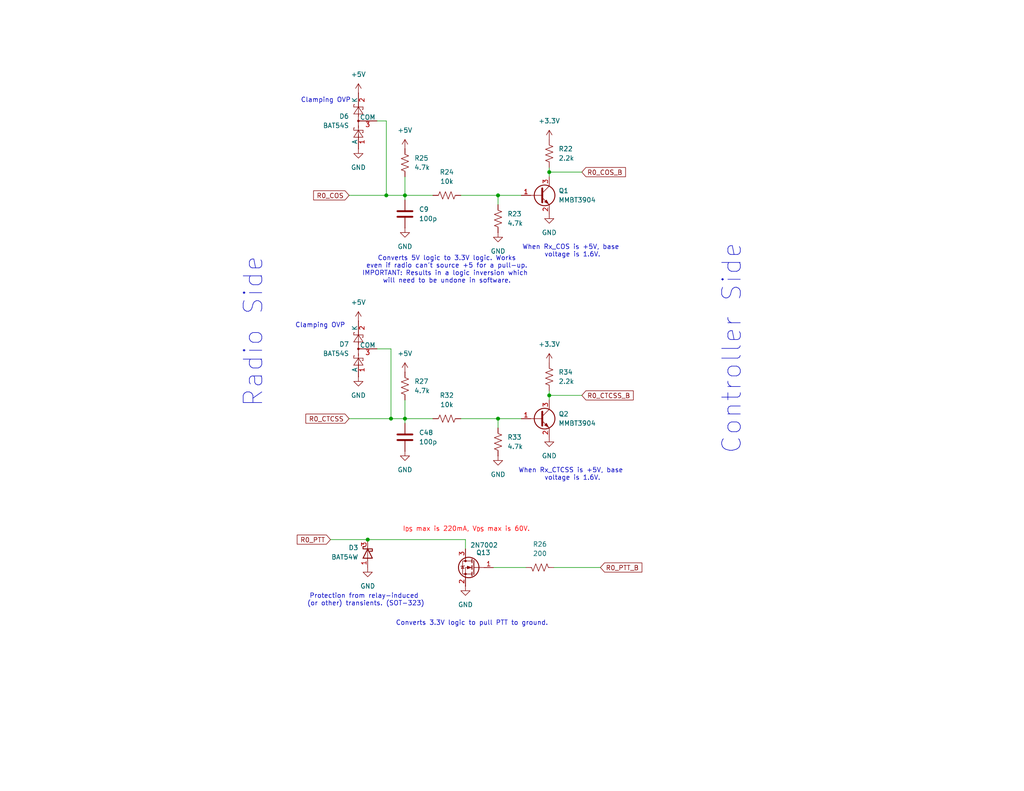
<source format=kicad_sch>
(kicad_sch (version 20250114) (generator "eeschema") (generator_version "9.0")
  (paper "USLetter")
  (lib_symbols
    (symbol "Device:C" (pin_numbers (hide yes)) (pin_names (offset 0.254))
      (property "Reference" "C" (at 0.635 2.54 0))
      (property "Value" "C" (at 0.635 -2.54 0))
      (symbol "C_0_1"
        (polyline (pts (xy -2.032 0.762) (xy 2.032 0.762)) (stroke (width 0.508)))
        (polyline (pts (xy -2.032 -0.762) (xy 2.032 -0.762)) (stroke (width 0.508)))
      )
      (symbol "C_1_1"
        (pin passive line (at 0 3.81 270) (length 2.794) (name "~") (number "1"))
        (pin passive line (at 0 -3.81 90) (length 2.794) (name "~") (number "2"))
      )
    )
    (symbol "Device:R_US" (pin_numbers (hide yes)) (pin_names (offset 0))
      (property "Reference" "R" (at 2.54 0 90))
      (property "Value" "R_US" (at -2.54 0 90))
      (symbol "R_US_0_1"
        (polyline (pts (xy 0 2.286) (xy 0 2.54)))
        (polyline (pts (xy 0 2.286) (xy 1.016 1.905) (xy 0 1.524) (xy -1.016 1.143) (xy 0 0.762)))
        (polyline (pts (xy 0 0.762) (xy 1.016 0.381) (xy 0 0) (xy -1.016 -0.381) (xy 0 -0.762)))
        (polyline (pts (xy 0 -0.762) (xy 1.016 -1.143) (xy 0 -1.524) (xy -1.016 -1.905) (xy 0 -2.286)))
        (polyline (pts (xy 0 -2.286) (xy 0 -2.54)))
      )
      (symbol "R_US_1_1"
        (pin passive line (at 0 3.81 270) (length 1.27) (name "~") (number "1"))
        (pin passive line (at 0 -3.81 90) (length 1.27) (name "~") (number "2"))
      )
    )
    (symbol "Diode:BAT54S" (pin_names (offset 0))
      (property "Reference" "D" (at 2.54 -5.08 0))
      (property "Value" "BAT54S" (at -6.35 3.175 0))
      (symbol "BAT54S_0_1"
        (polyline (pts (xy -4.445 1.27) (xy -4.445 -1.27) (xy -2.54 0) (xy -4.445 1.27)))
        (polyline (pts (xy -3.81 0) (xy -1.27 0)))
        (polyline (pts (xy -3.175 -1.27) (xy -3.175 -1.016)))
        (polyline (pts (xy -2.54 1.27) (xy -1.905 1.27)))
        (polyline (pts (xy -2.54 -1.27) (xy -3.175 -1.27)))
        (polyline (pts (xy -2.54 -1.27) (xy -2.54 1.27)))
        (polyline (pts (xy -1.905 1.27) (xy -1.905 1.016)))
        (polyline (pts (xy -1.905 0) (xy 1.905 0)))
        (circle (center 0 0) (radius 0.254) (fill (type outline)))
        (polyline (pts (xy 1.27 0) (xy 3.81 0)))
        (polyline (pts (xy 1.905 1.27) (xy 1.905 -1.27) (xy 3.81 0) (xy 1.905 1.27)))
        (polyline (pts (xy 3.175 -1.27) (xy 3.175 -1.016)))
        (polyline (pts (xy 3.81 1.27) (xy 4.445 1.27)))
        (polyline (pts (xy 3.81 -1.27) (xy 3.175 -1.27)))
        (polyline (pts (xy 3.81 -1.27) (xy 3.81 1.27)))
        (polyline (pts (xy 4.445 1.27) (xy 4.445 1.016)))
      )
      (symbol "BAT54S_1_1"
        (pin passive line (at -7.62 0 0) (length 3.81) (name "A") (number "1"))
        (pin passive line (at 0 -5.08 90) (length 5.08) (name "COM") (number "3"))
        (pin passive line (at 7.62 0 180) (length 3.81) (name "K") (number "2"))
      )
    )
    (symbol "Diode:BAT54W" (pin_names (offset 1.016) (hide yes))
      (property "Reference" "D" (at 0 2.54 0))
      (property "Value" "BAT54W" (at 0 -2.54 0))
      (symbol "BAT54W_0_1"
        (polyline (pts (xy -1.905 0.635) (xy -1.905 1.27) (xy -1.27 1.27) (xy -1.27 -1.27) (xy -0.635 -1.27) (xy -0.635 -0.635)) (stroke (width 0.254)))
        (polyline (pts (xy 1.27 1.27) (xy 1.27 -1.27) (xy -1.27 0) (xy 1.27 1.27)) (stroke (width 0.254)))
        (polyline (pts (xy 1.27 0) (xy -1.27 0)))
      )
      (symbol "BAT54W_1_1"
        (pin passive line (at -3.81 0 0) (length 2.54) (name "K") (number "3"))
        (pin no_connect line (at 0 0 90) (length 2.54) (hide yes) (name "NC") (number "2"))
        (pin passive line (at 3.81 0 180) (length 2.54) (name "A") (number "1"))
      )
    )
    (symbol "Transistor_BJT:MMBT3904" (pin_names (offset 0) (hide yes))
      (property "Reference" "Q" (at 5.08 1.905 0))
      (property "Value" "MMBT3904" (at 5.08 0 0))
      (symbol "MMBT3904_0_1"
        (polyline (pts (xy -2.54 0) (xy 0.635 0)))
        (polyline (pts (xy 0.635 1.905) (xy 0.635 -1.905)) (stroke (width 0.508)))
        (circle (center 1.27 0) (radius 2.8194) (stroke (width 0.254)))
      )
      (symbol "MMBT3904_1_1"
        (polyline (pts (xy 0.635 0.635) (xy 2.54 2.54)))
        (polyline (pts (xy 0.635 -0.635) (xy 2.54 -2.54)))
        (polyline (pts (xy 1.27 -1.778) (xy 1.778 -1.27) (xy 2.286 -2.286) (xy 1.27 -1.778)) (fill (type outline)))
        (pin input line (at -5.08 0 0) (length 2.54) (name "B") (number "1"))
        (pin passive line (at 2.54 5.08 270) (length 2.54) (name "C") (number "3"))
        (pin passive line (at 2.54 -5.08 90) (length 2.54) (name "E") (number "2"))
      )
    )
    (symbol "Transistor_FET:2N7002" (pin_names (hide yes))
      (property "Reference" "Q" (at 5.08 1.905 0))
      (property "Value" "2N7002" (at 5.08 0 0))
      (symbol "2N7002_0_1"
        (polyline (pts (xy 0.254 1.905) (xy 0.254 -1.905)) (stroke (width 0.254)))
        (polyline (pts (xy 0.254 0) (xy -2.54 0)))
        (polyline (pts (xy 0.762 2.286) (xy 0.762 1.27)) (stroke (width 0.254)))
        (polyline (pts (xy 0.762 0.508) (xy 0.762 -0.508)) (stroke (width 0.254)))
        (polyline (pts (xy 0.762 -1.27) (xy 0.762 -2.286)) (stroke (width 0.254)))
        (polyline (pts (xy 0.762 -1.778) (xy 3.302 -1.778) (xy 3.302 1.778) (xy 0.762 1.778)))
        (polyline (pts (xy 1.016 0) (xy 2.032 0.381) (xy 2.032 -0.381) (xy 1.016 0)) (fill (type outline)))
        (circle (center 1.651 0) (radius 2.794) (stroke (width 0.254)))
        (polyline (pts (xy 2.54 2.54) (xy 2.54 1.778)))
        (circle (center 2.54 1.778) (radius 0.254) (fill (type outline)))
        (circle (center 2.54 -1.778) (radius 0.254) (fill (type outline)))
        (polyline (pts (xy 2.54 -2.54) (xy 2.54 0) (xy 0.762 0)))
        (polyline (pts (xy 2.794 0.508) (xy 2.921 0.381) (xy 3.683 0.381) (xy 3.81 0.254)))
        (polyline (pts (xy 3.302 0.381) (xy 2.921 -0.254) (xy 3.683 -0.254) (xy 3.302 0.381)))
      )
      (symbol "2N7002_1_1"
        (pin input line (at -5.08 0 0) (length 2.54) (name "G") (number "1"))
        (pin passive line (at 2.54 5.08 270) (length 2.54) (name "D") (number "3"))
        (pin passive line (at 2.54 -5.08 90) (length 2.54) (name "S") (number "2"))
      )
    )
    (symbol "power:+3.3V" (power) (pin_numbers (hide yes)) (pin_names (offset 0) (hide yes))
      (property "Value" "+3.3V" (at 0 3.556 0))
      (symbol "+3.3V_0_1"
        (polyline (pts (xy -0.762 1.27) (xy 0 2.54)))
        (polyline (pts (xy 0 2.54) (xy 0.762 1.27)))
        (polyline (pts (xy 0 0) (xy 0 2.54)))
      )
      (symbol "+3.3V_1_1"
        (pin power_in line (at 0 0 90) (length 0) (name "~") (number "1"))
      )
    )
    (symbol "power:+5V" (power) (pin_numbers (hide yes)) (pin_names (offset 0) (hide yes))
      (property "Value" "+5V" (at 0 3.556 0))
      (symbol "+5V_0_1"
        (polyline (pts (xy -0.762 1.27) (xy 0 2.54)))
        (polyline (pts (xy 0 2.54) (xy 0.762 1.27)))
        (polyline (pts (xy 0 0) (xy 0 2.54)))
      )
      (symbol "+5V_1_1"
        (pin power_in line (at 0 0 90) (length 0) (name "~") (number "1"))
      )
    )
    (symbol "power:GND" (power) (pin_numbers (hide yes)) (pin_names (offset 0) (hide yes))
      (property "Value" "GND" (at 0 -3.81 0))
      (symbol "GND_0_1"
        (polyline (pts (xy 0 0) (xy 0 -1.27) (xy 1.27 -1.27) (xy 0 -2.54) (xy -1.27 -1.27) (xy 0 -1.27)))
      )
      (symbol "GND_1_1"
        (pin power_in line (at 0 0 270) (length 0) (name "~") (number "1"))
      )
    )
  )
  (text "Converts 5V logic to 3.3V logic. Works\neven if radio can't source +5 for a pull-up.\nIMPORTANT: Results in a logic inversion which \nwill need to be undone in software." (at 121.92 73.66 0) (effects (font (size 1.27 1.27))))
  (text "Clamping OVP" (at 88.9 27.432 0) (effects (font (size 1.27 1.27))))
  (text "Controller Side" (at 199.644 95.25 90) (effects (font (size 5.08 5.08))))
  (text "When Rx_COS is +5V, base \nvoltage is 1.6V." (at 156.21 68.58 0) (effects (font (size 1.27 1.27))))
  (text "When Rx_CTCSS is +5V, base \nvoltage is 1.6V." (at 156.21 129.54 0) (effects (font (size 1.27 1.27))))
  (text "I_{DS} max is 220mA, V_{DS} max is 60V." (at 127.254 144.526 0) (effects (font (size 1.27 1.27))))
  (text "Radio Side" (at 69.088 90.678 90) (effects (font (size 5.08 5.08))))
  (text "Converts 3.3V logic to pull PTT to ground." (at 128.778 170.18 0) (effects (font (size 1.27 1.27))))
  (text "Protection from relay-induced \n(or other) transients. (SOT-323)" (at 99.822 163.83 0) (effects (font (size 1.27 1.27))))
  (text "Clamping OVP" (at 87.376 88.9 0) (effects (font (size 1.27 1.27))))
  (junction (at 105.41 53.34))
  (junction (at 149.86 46.99))
  (junction (at 149.86 107.95))
  (junction (at 135.89 114.3))
  (junction (at 106.68 114.3))
  (junction (at 110.49 53.34))
  (junction (at 100.33 147.32))
  (junction (at 135.89 53.34))
  (junction (at 110.49 114.3))
  (wire (pts (xy 110.49 109.22) (xy 110.49 114.3)))
  (wire (pts (xy 127 147.32) (xy 127 149.86)))
  (wire (pts (xy 135.89 53.34) (xy 135.89 55.88)))
  (wire (pts (xy 149.86 46.99) (xy 149.86 48.26)))
  (wire (pts (xy 149.86 46.99) (xy 158.75 46.99)))
  (wire (pts (xy 135.89 114.3) (xy 142.24 114.3)))
  (wire (pts (xy 106.68 95.25) (xy 106.68 114.3)))
  (wire (pts (xy 110.49 53.34) (xy 105.41 53.34)))
  (wire (pts (xy 105.41 53.34) (xy 95.25 53.34)))
  (wire (pts (xy 110.49 114.3) (xy 118.11 114.3)))
  (wire (pts (xy 100.33 147.32) (xy 90.17 147.32)))
  (wire (pts (xy 102.87 95.25) (xy 106.68 95.25)))
  (wire (pts (xy 149.86 107.95) (xy 158.75 107.95)))
  (wire (pts (xy 143.51 154.94) (xy 134.62 154.94)))
  (wire (pts (xy 163.83 154.94) (xy 151.13 154.94)))
  (wire (pts (xy 110.49 114.3) (xy 110.49 115.57)))
  (wire (pts (xy 102.87 33.02) (xy 105.41 33.02)))
  (wire (pts (xy 110.49 48.26) (xy 110.49 53.34)))
  (wire (pts (xy 149.86 106.68) (xy 149.86 107.95)))
  (wire (pts (xy 110.49 53.34) (xy 110.49 54.61)))
  (wire (pts (xy 100.33 147.32) (xy 127 147.32)))
  (wire (pts (xy 105.41 33.02) (xy 105.41 53.34)))
  (wire (pts (xy 135.89 114.3) (xy 135.89 116.84)))
  (wire (pts (xy 110.49 114.3) (xy 106.68 114.3)))
  (wire (pts (xy 106.68 114.3) (xy 95.25 114.3)))
  (wire (pts (xy 125.73 53.34) (xy 135.89 53.34)))
  (wire (pts (xy 135.89 53.34) (xy 142.24 53.34)))
  (wire (pts (xy 125.73 114.3) (xy 135.89 114.3)))
  (wire (pts (xy 149.86 45.72) (xy 149.86 46.99)))
  (wire (pts (xy 110.49 53.34) (xy 118.11 53.34)))
  (wire (pts (xy 149.86 107.95) (xy 149.86 109.22)))
  (global_label "R0_COS_B" (shape input) (at 158.75 46.99 0) (property "Intersheetrefs" "${INTERSHEET_REFS}" (effects (hide yes))))
  (global_label "R0_PTT_B" (shape input) (at 163.83 154.94 0) (property "Intersheetrefs" "${INTERSHEET_REFS}" (effects (hide yes))))
  (global_label "R0_CTCSS" (shape input) (at 95.25 114.3 180) (property "Intersheetrefs" "${INTERSHEET_REFS}" (effects (hide yes))))
  (global_label "R0_PTT" (shape input) (at 90.17 147.32 180) (property "Intersheetrefs" "${INTERSHEET_REFS}" (effects (hide yes))))
  (global_label "R0_CTCSS_B" (shape input) (at 158.75 107.95 0) (property "Intersheetrefs" "${INTERSHEET_REFS}" (effects (hide yes))))
  (global_label "R0_COS" (shape input) (at 95.25 53.34 180) (property "Intersheetrefs" "${INTERSHEET_REFS}" (effects (hide yes))))
  (symbol (lib_id "Diode:BAT54S") (at 97.79 33.02 90) (unit 1)
    (property "Reference" "D6" (at 95.25 31.7499 90) (effects (justify left)))
    (property "Value" "BAT54S" (at 95.25 34.2899 90) (effects (justify left)))
    (property "Footprint" "Package_TO_SOT_SMD:SOT-23" (effects (hide yes)))
    (property "Datasheet" "https://www.diodes.com/assets/Datasheets/ds11005.pdf" (effects (hide yes)))
    (property "Description" "Vr 30V, If 200mA, Dual schottky barrier diode, in series, SOT-323" (effects (hide yes)))
  )
  (symbol (lib_id "Transistor_BJT:MMBT3904") (at 147.32 114.3 0) (unit 1)
    (property "Reference" "Q2" (at 152.4 113.0299 0) (effects (justify left)))
    (property "Value" "MMBT3904" (at 152.4 115.5699 0) (effects (justify left)))
    (property "Footprint" "Package_TO_SOT_SMD:SOT-23" (effects (hide yes)))
    (property "Datasheet" "https://www.onsemi.com/pdf/datasheet/pzt3904-d.pdf" (effects (hide yes)))
    (property "Description" "0.2A Ic, 40V Vce, Small Signal NPN Transistor, SOT-23" (effects (hide yes)))
  )
  (symbol (lib_id "power:GND") (at 149.86 58.42 0) (unit 1)
    (property "Reference" "#PWR068" (effects (hide yes)))
    (property "Value" "GND" (at 149.86 63.5 0))
    (property "Description" "Power symbol creates a global label with name \"GND\" , ground" (effects (hide yes)))
  )
  (symbol (lib_id "power:GND") (at 127 160.02 0) (mirror y) (unit 1)
    (property "Reference" "#PWR074" (effects (hide yes)))
    (property "Value" "GND" (at 127 165.1 0))
    (property "Description" "Power symbol creates a global label with name \"GND\" , ground" (effects (hide yes)))
  )
  (symbol (lib_id "Diode:BAT54S") (at 97.79 95.25 90) (unit 1)
    (property "Reference" "D7" (at 95.25 93.9799 90) (effects (justify left)))
    (property "Value" "BAT54S" (at 95.25 96.5199 90) (effects (justify left)))
    (property "Footprint" "Package_TO_SOT_SMD:SOT-23" (effects (hide yes)))
    (property "Datasheet" "https://www.diodes.com/assets/Datasheets/ds11005.pdf" (effects (hide yes)))
    (property "Description" "Vr 30V, If 200mA, Dual schottky barrier diode, in series, SOT-323" (effects (hide yes)))
  )
  (symbol (lib_id "power:+5V") (at 110.49 101.6 0) (unit 1)
    (property "Reference" "#PWR0111" (effects (hide yes)))
    (property "Value" "+5V" (at 110.49 96.52 0))
    (property "Description" "Power symbol creates a global label with name \"+5V\"" (effects (hide yes)))
  )
  (symbol (lib_id "power:GND") (at 135.89 63.5 0) (unit 1)
    (property "Reference" "#PWR072" (effects (hide yes)))
    (property "Value" "GND" (at 135.89 68.58 0))
    (property "Description" "Power symbol creates a global label with name \"GND\" , ground" (effects (hide yes)))
  )
  (symbol (lib_id "Diode:BAT54W") (at 100.33 151.13 90) (mirror x) (unit 1)
    (property "Reference" "D3" (at 97.79 149.5424 90) (effects (justify left)))
    (property "Value" "BAT54W" (at 97.79 152.0824 90) (effects (justify left)))
    (property "Footprint" "Package_TO_SOT_SMD:SOT-323_SC-70" (effects (hide yes)))
    (property "Datasheet" "https://assets.nexperia.com/documents/data-sheet/BAT54W_SER.pdf" (effects (hide yes)))
    (property "Description" "Schottky barrier diode, SOT-323" (effects (hide yes)))
  )
  (symbol (lib_id "power:+3.3V") (at 149.86 38.1 0) (unit 1)
    (property "Reference" "#PWR015" (effects (hide yes)))
    (property "Value" "+3.3V" (at 149.86 33.02 0))
    (property "Description" "Power symbol creates a global label with name \"+3.3V\"" (effects (hide yes)))
  )
  (symbol (lib_id "Device:R_US") (at 121.92 114.3 90) (unit 1)
    (property "Reference" "R32" (at 121.92 107.95 90))
    (property "Value" "10k" (at 121.92 110.49 90))
    (property "Footprint" "Resistor_SMD:R_0805_2012Metric_Pad1.20x1.40mm_HandSolder" (effects (hide yes)))
    (property "Description" "Resistor, US symbol" (effects (hide yes)))
  )
  (symbol (lib_id "power:GND") (at 135.89 124.46 0) (unit 1)
    (property "Reference" "#PWR0113" (effects (hide yes)))
    (property "Value" "GND" (at 135.89 129.54 0))
    (property "Description" "Power symbol creates a global label with name \"GND\" , ground" (effects (hide yes)))
  )
  (symbol (lib_id "Device:R_US") (at 110.49 44.45 0) (unit 1)
    (property "Reference" "R25" (at 113.03 43.1799 0) (effects (justify left)))
    (property "Value" "4.7k" (at 113.03 45.7199 0) (effects (justify left)))
    (property "Footprint" "Resistor_SMD:R_0805_2012Metric_Pad1.20x1.40mm_HandSolder" (effects (hide yes)))
    (property "Description" "Resistor, US symbol" (effects (hide yes)))
  )
  (symbol (lib_id "power:+5V") (at 97.79 25.4 0) (unit 1)
    (property "Reference" "#PWR0102" (effects (hide yes)))
    (property "Value" "+5V" (at 97.79 20.32 0))
    (property "Description" "Power symbol creates a global label with name \"+5V\"" (effects (hide yes)))
  )
  (symbol (lib_id "Device:R_US") (at 147.32 154.94 270) (mirror x) (unit 1)
    (property "Reference" "R26" (at 147.32 148.59 90))
    (property "Value" "200" (at 147.32 151.13 90))
    (property "Footprint" "Resistor_SMD:R_0805_2012Metric_Pad1.20x1.40mm_HandSolder" (effects (hide yes)))
    (property "Description" "Resistor, US symbol" (effects (hide yes)))
  )
  (symbol (lib_id "Device:R_US") (at 121.92 53.34 90) (unit 1)
    (property "Reference" "R24" (at 121.92 46.99 90))
    (property "Value" "10k" (at 121.92 49.53 90))
    (property "Footprint" "Resistor_SMD:R_0805_2012Metric_Pad1.20x1.40mm_HandSolder" (effects (hide yes)))
    (property "Description" "Resistor, US symbol" (effects (hide yes)))
  )
  (symbol (lib_id "Device:C") (at 110.49 58.42 0) (unit 1)
    (property "Reference" "C9" (at 114.3 57.1499 0) (effects (justify left)))
    (property "Value" "100p" (at 114.3 59.6899 0) (effects (justify left)))
    (property "Footprint" "Capacitor_SMD:C_0805_2012Metric_Pad1.18x1.45mm_HandSolder" (effects (hide yes)))
    (property "Description" "Unpolarized capacitor" (effects (hide yes)))
  )
  (symbol (lib_id "power:GND") (at 100.33 154.94 0) (mirror y) (unit 1)
    (property "Reference" "#PWR017" (effects (hide yes)))
    (property "Value" "GND" (at 100.33 160.02 0))
    (property "Description" "Power symbol creates a global label with name \"GND\" , ground" (effects (hide yes)))
  )
  (symbol (lib_id "power:+5V") (at 110.49 40.64 0) (unit 1)
    (property "Reference" "#PWR075" (effects (hide yes)))
    (property "Value" "+5V" (at 110.49 35.56 0))
    (property "Description" "Power symbol creates a global label with name \"+5V\"" (effects (hide yes)))
  )
  (symbol (lib_id "Transistor_FET:2N7002") (at 129.54 154.94 0) (mirror y) (unit 1)
    (property "Reference" "Q13" (at 133.858 150.876 0) (effects (justify left)))
    (property "Value" "2N7002" (at 135.89 148.844 0) (effects (justify left)))
    (property "Footprint" "Package_TO_SOT_SMD:SOT-23" (effects (hide yes)))
    (property "Datasheet" "https://www.onsemi.com/pub/Collateral/NDS7002A-D.PDF" (effects (hide yes)))
    (property "Description" "0.115A Id, 60V Vds, N-Channel MOSFET, SOT-23" (effects (hide yes)))
  )
  (symbol (lib_id "Device:R_US") (at 149.86 41.91 0) (unit 1)
    (property "Reference" "R22" (at 152.4 40.6399 0) (effects (justify left)))
    (property "Value" "2.2k" (at 152.4 43.1799 0) (effects (justify left)))
    (property "Footprint" "Resistor_SMD:R_0805_2012Metric_Pad1.20x1.40mm_HandSolder" (effects (hide yes)))
    (property "Description" "Resistor, US symbol" (effects (hide yes)))
  )
  (symbol (lib_id "Device:R_US") (at 149.86 102.87 0) (unit 1)
    (property "Reference" "R34" (at 152.4 101.5999 0) (effects (justify left)))
    (property "Value" "2.2k" (at 152.4 104.1399 0) (effects (justify left)))
    (property "Footprint" "Resistor_SMD:R_0805_2012Metric_Pad1.20x1.40mm_HandSolder" (effects (hide yes)))
    (property "Description" "Resistor, US symbol" (effects (hide yes)))
  )
  (symbol (lib_id "power:GND") (at 97.79 40.64 0) (unit 1)
    (property "Reference" "#PWR0103" (effects (hide yes)))
    (property "Value" "GND" (at 97.79 45.72 0))
    (property "Description" "Power symbol creates a global label with name \"GND\" , ground" (effects (hide yes)))
  )
  (symbol (lib_id "power:GND") (at 110.49 62.23 0) (unit 1)
    (property "Reference" "#PWR073" (effects (hide yes)))
    (property "Value" "GND" (at 110.49 67.31 0))
    (property "Description" "Power symbol creates a global label with name \"GND\" , ground" (effects (hide yes)))
  )
  (symbol (lib_id "power:+5V") (at 97.79 87.63 0) (unit 1)
    (property "Reference" "#PWR0104" (effects (hide yes)))
    (property "Value" "+5V" (at 97.79 82.55 0))
    (property "Description" "Power symbol creates a global label with name \"+5V\"" (effects (hide yes)))
  )
  (symbol (lib_id "Device:R_US") (at 135.89 120.65 0) (unit 1)
    (property "Reference" "R33" (at 138.43 119.3799 0) (effects (justify left)))
    (property "Value" "4.7k" (at 138.43 121.9199 0) (effects (justify left)))
    (property "Footprint" "Resistor_SMD:R_0805_2012Metric_Pad1.20x1.40mm_HandSolder" (effects (hide yes)))
    (property "Description" "Resistor, US symbol" (effects (hide yes)))
  )
  (symbol (lib_id "power:GND") (at 110.49 123.19 0) (unit 1)
    (property "Reference" "#PWR0112" (effects (hide yes)))
    (property "Value" "GND" (at 110.49 128.27 0))
    (property "Description" "Power symbol creates a global label with name \"GND\" , ground" (effects (hide yes)))
  )
  (symbol (lib_id "power:+3.3V") (at 149.86 99.06 0) (unit 1)
    (property "Reference" "#PWR0114" (effects (hide yes)))
    (property "Value" "+3.3V" (at 149.86 93.98 0))
    (property "Description" "Power symbol creates a global label with name \"+3.3V\"" (effects (hide yes)))
  )
  (symbol (lib_id "Device:R_US") (at 135.89 59.69 0) (unit 1)
    (property "Reference" "R23" (at 138.43 58.4199 0) (effects (justify left)))
    (property "Value" "4.7k" (at 138.43 60.9599 0) (effects (justify left)))
    (property "Footprint" "Resistor_SMD:R_0805_2012Metric_Pad1.20x1.40mm_HandSolder" (effects (hide yes)))
    (property "Description" "Resistor, US symbol" (effects (hide yes)))
  )
  (symbol (lib_id "power:GND") (at 149.86 119.38 0) (unit 1)
    (property "Reference" "#PWR0115" (effects (hide yes)))
    (property "Value" "GND" (at 149.86 124.46 0))
    (property "Description" "Power symbol creates a global label with name \"GND\" , ground" (effects (hide yes)))
  )
  (symbol (lib_id "Device:R_US") (at 110.49 105.41 0) (unit 1)
    (property "Reference" "R27" (at 113.03 104.1399 0) (effects (justify left)))
    (property "Value" "4.7k" (at 113.03 106.6799 0) (effects (justify left)))
    (property "Footprint" "Resistor_SMD:R_0805_2012Metric_Pad1.20x1.40mm_HandSolder" (effects (hide yes)))
    (property "Description" "Resistor, US symbol" (effects (hide yes)))
  )
  (symbol (lib_id "power:GND") (at 97.79 102.87 0) (unit 1)
    (property "Reference" "#PWR0107" (effects (hide yes)))
    (property "Value" "GND" (at 97.79 107.95 0))
    (property "Description" "Power symbol creates a global label with name \"GND\" , ground" (effects (hide yes)))
  )
  (symbol (lib_id "Transistor_BJT:MMBT3904") (at 147.32 53.34 0) (unit 1)
    (property "Reference" "Q1" (at 152.4 52.0699 0) (effects (justify left)))
    (property "Value" "MMBT3904" (at 152.4 54.6099 0) (effects (justify left)))
    (property "Footprint" "Package_TO_SOT_SMD:SOT-23" (effects (hide yes)))
    (property "Datasheet" "https://www.onsemi.com/pdf/datasheet/pzt3904-d.pdf" (effects (hide yes)))
    (property "Description" "0.2A Ic, 40V Vce, Small Signal NPN Transistor, SOT-23" (effects (hide yes)))
  )
  (symbol (lib_id "Device:C") (at 110.49 119.38 0) (unit 1)
    (property "Reference" "C48" (at 114.3 118.1099 0) (effects (justify left)))
    (property "Value" "100p" (at 114.3 120.6499 0) (effects (justify left)))
    (property "Footprint" "Capacitor_SMD:C_0805_2012Metric_Pad1.18x1.45mm_HandSolder" (effects (hide yes)))
    (property "Description" "Unpolarized capacitor" (effects (hide yes)))
  )
)
</source>
